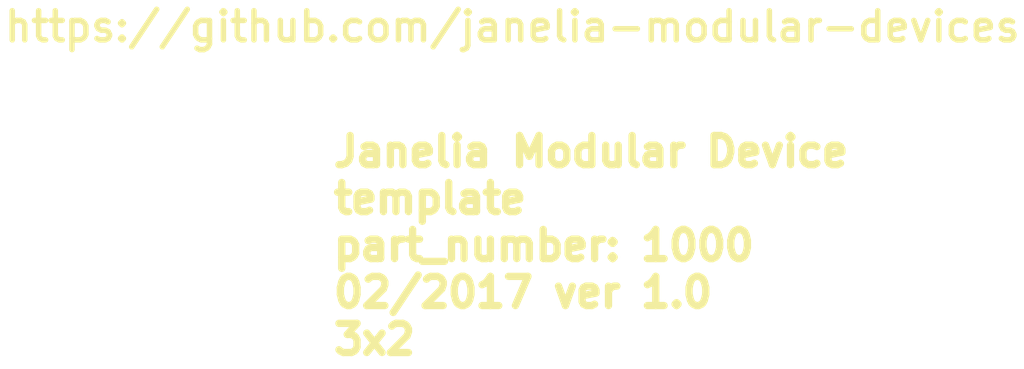
<source format=kicad_pcb>
(kicad_pcb (version 20170123) (host pcbnew no-vcs-found-7602~57~ubuntu16.04.1)

  (general
    (links 0)
    (no_connects 0)
    (area 93.230699 75.196699 211.569301 130.543301)
    (thickness 1.6)
    (drawings 2)
    (tracks 0)
    (zones 0)
    (modules 0)
    (nets 1)
  )

  (page A4)
  (title_block
    (title template_3x2)
    (rev 1.0)
  )

  (layers
    (0 F.Cu signal)
    (31 B.Cu signal)
    (32 B.Adhes user)
    (33 F.Adhes user)
    (34 B.Paste user)
    (35 F.Paste user)
    (36 B.SilkS user)
    (37 F.SilkS user)
    (38 B.Mask user)
    (39 F.Mask user)
    (40 Dwgs.User user hide)
    (41 Cmts.User user)
    (42 Eco1.User user)
    (43 Eco2.User user)
    (44 Edge.Cuts user)
    (45 Margin user)
    (46 B.CrtYd user)
    (47 F.CrtYd user)
    (48 B.Fab user)
    (49 F.Fab user)
  )

  (setup
    (last_trace_width 0.254)
    (trace_clearance 0.0254)
    (zone_clearance 0.2032)
    (zone_45_only no)
    (trace_min 0.254)
    (segment_width 0.2286)
    (edge_width 0.2286)
    (via_size 0.889)
    (via_drill 0.635)
    (via_min_size 0.889)
    (via_min_drill 0.508)
    (uvia_size 0.508)
    (uvia_drill 0.127)
    (uvias_allowed no)
    (uvia_min_size 0.508)
    (uvia_min_drill 0.127)
    (pcb_text_width 0.3)
    (pcb_text_size 1.5 1.5)
    (mod_edge_width 0.381)
    (mod_text_size 1 1)
    (mod_text_width 0.15)
    (pad_size 1.016 4.4958)
    (pad_drill 0)
    (pad_to_mask_clearance 0)
    (aux_axis_origin 0 0)
    (visible_elements FFFFF77F)
    (pcbplotparams
      (layerselection 0x000f0_ffffffff)
      (usegerberextensions true)
      (excludeedgelayer false)
      (linewidth 0.100000)
      (plotframeref false)
      (viasonmask false)
      (mode 1)
      (useauxorigin false)
      (hpglpennumber 1)
      (hpglpenspeed 20)
      (hpglpendiameter 15)
      (psnegative false)
      (psa4output false)
      (plotreference true)
      (plotvalue true)
      (plotinvisibletext false)
      (padsonsilk false)
      (subtractmaskfromsilk true)
      (outputformat 1)
      (mirror false)
      (drillshape 0)
      (scaleselection 1)
      (outputdirectory gerbers/))
  )

  (net 0 "")

  (net_class Default "This is the default net class."
    (clearance 0.0254)
    (trace_width 0.254)
    (via_dia 0.889)
    (via_drill 0.635)
    (uvia_dia 0.508)
    (uvia_drill 0.127)
    (diff_pair_gap 0.254)
    (diff_pair_width 0.254)
  )

  (net_class GND ""
    (clearance 0.1016)
    (trace_width 0.4064)
    (via_dia 0.889)
    (via_drill 0.635)
    (uvia_dia 0.508)
    (uvia_drill 0.127)
    (diff_pair_gap 0.254)
    (diff_pair_width 0.254)
  )

  (net_class LEDPOWER ""
    (clearance 0.254)
    (trace_width 0.6096)
    (via_dia 0.889)
    (via_drill 0.635)
    (uvia_dia 0.508)
    (uvia_drill 0.127)
    (diff_pair_gap 0.254)
    (diff_pair_width 0.254)
  )

  (net_class POWER ""
    (clearance 0.254)
    (trace_width 0.8128)
    (via_dia 0.889)
    (via_drill 0.635)
    (uvia_dia 0.508)
    (uvia_drill 0.127)
    (diff_pair_gap 0.254)
    (diff_pair_width 0.254)
  )

  (net_class SIGNAL ""
    (clearance 0.1016)
    (trace_width 0.4064)
    (via_dia 0.889)
    (via_drill 0.635)
    (uvia_dia 0.508)
    (uvia_drill 0.127)
    (diff_pair_gap 0.254)
    (diff_pair_width 0.254)
  )

  (net_class SUPERPOWER ""
    (clearance 0.254)
    (trace_width 1.2192)
    (via_dia 0.889)
    (via_drill 0.635)
    (uvia_dia 0.508)
    (uvia_drill 0.127)
    (diff_pair_gap 0.254)
    (diff_pair_width 0.254)
  )

  (gr_text https://github.com/janelia-modular-devices (at 100.33 118.11) (layer F.SilkS)
    (effects (font (size 1.016 1.016) (thickness 0.1905)))
  )
  (gr_text "Janelia Modular Device\ntemplate\npart_number: 1000\n02/2017 ver 1.0\n3x2" (at 93.98 125.73) (layer F.SilkS)
    (effects (font (size 1.016 1.016) (thickness 0.254)) (justify left))
  )

)

</source>
